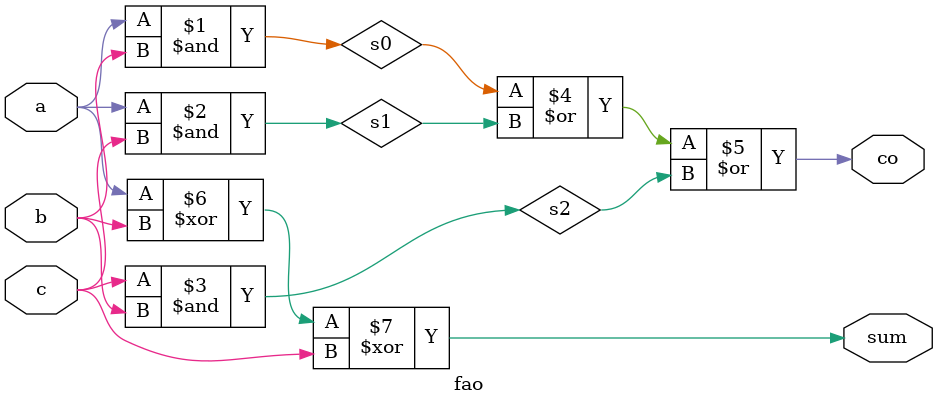
<source format=v>
     module  fao(a,b,c,co,sum);
     input a,b,c;
     output  co,sum;
     wire s0,s1,s2;
     assign  s0 = a & b;
	  
     assign  s1 = a & c;
     assign  s2 = c & b;
     assign  co = s0 | s1| s2;
     //assign co =( a & b)|(a& c)|(b&c);
     assign  sum = a ^ b^c;
     endmodule

</source>
